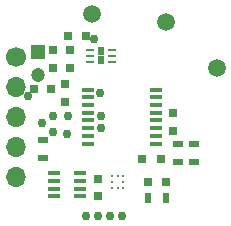
<source format=gbr>
G04 #@! TF.FileFunction,Soldermask,Bot*
%FSLAX46Y46*%
G04 Gerber Fmt 4.6, Leading zero omitted, Abs format (unit mm)*
G04 Created by KiCad (PCBNEW 4.0.6) date Tue Feb  6 04:03:57 2018*
%MOMM*%
%LPD*%
G01*
G04 APERTURE LIST*
%ADD10C,0.100000*%
%ADD11C,1.700000*%
%ADD12O,1.700000X1.700000*%
%ADD13R,0.800000X0.750000*%
%ADD14R,0.750000X0.800000*%
%ADD15R,0.800000X0.800000*%
%ADD16R,0.900000X0.500000*%
%ADD17R,0.500000X0.900000*%
%ADD18R,1.000000X0.400000*%
%ADD19R,1.060000X0.400000*%
%ADD20R,1.200000X1.200000*%
%ADD21C,1.200000*%
%ADD22C,0.225000*%
%ADD23C,1.500000*%
%ADD24C,0.750000*%
%ADD25R,0.700000X0.250000*%
%ADD26R,0.610000X0.710000*%
G04 APERTURE END LIST*
D10*
D11*
X151000000Y-84920000D03*
D12*
X151000000Y-87460000D03*
X151000000Y-90000000D03*
X151000000Y-92540000D03*
X151000000Y-95080000D03*
D13*
X152527000Y-87630000D03*
X154027000Y-87630000D03*
D14*
X155194000Y-88761000D03*
X155194000Y-87261000D03*
X164338000Y-91186000D03*
X164338000Y-89686000D03*
X154178000Y-84352000D03*
X154178000Y-85852000D03*
X157988000Y-96750000D03*
X157988000Y-95250000D03*
D15*
X163334500Y-93599000D03*
X161734500Y-93599000D03*
X163779000Y-95504000D03*
X162179000Y-95504000D03*
D16*
X164719000Y-92341000D03*
X164719000Y-93841000D03*
X166116000Y-92341000D03*
X166116000Y-93841000D03*
D17*
X162203000Y-96901000D03*
X163703000Y-96901000D03*
D16*
X153289000Y-92000000D03*
X153289000Y-93500000D03*
D18*
X157100000Y-92275000D03*
X157100000Y-91625000D03*
X157100000Y-90975000D03*
X157100000Y-90325000D03*
X157100000Y-89675000D03*
X157100000Y-89025000D03*
X157100000Y-88375000D03*
X157100000Y-87725000D03*
X162900000Y-87725000D03*
X162900000Y-88375000D03*
X162900000Y-89025000D03*
X162900000Y-89675000D03*
X162900000Y-90325000D03*
X162900000Y-90975000D03*
X162900000Y-91625000D03*
X162900000Y-92275000D03*
D19*
X156421000Y-94778000D03*
X156421000Y-95428000D03*
X156421000Y-96088000D03*
X156421000Y-96738000D03*
X154221000Y-96738000D03*
X154221000Y-96088000D03*
X154221000Y-95428000D03*
X154221000Y-94778000D03*
D20*
X152908000Y-84500000D03*
D21*
X152908000Y-86500000D03*
D22*
X160139000Y-96004000D03*
X160139000Y-95504000D03*
X160139000Y-95004000D03*
X159639000Y-95004000D03*
X159139000Y-95004000D03*
X159139000Y-95504000D03*
X159139000Y-96004000D03*
X159639000Y-96004000D03*
D23*
X168021000Y-85852000D03*
X163750000Y-82000000D03*
X157480000Y-81280000D03*
D24*
X154178000Y-89916000D03*
X155448000Y-89916000D03*
X155384500Y-91440000D03*
X158242000Y-90932000D03*
X158242000Y-89916000D03*
X152019000Y-88265000D03*
X158115000Y-88011000D03*
X157988000Y-98425000D03*
X159004000Y-98425000D03*
X160020000Y-98425000D03*
X156972000Y-98425000D03*
D14*
X155575000Y-85852000D03*
X155575000Y-84352000D03*
D13*
X156960000Y-83185000D03*
X155460000Y-83185000D03*
D25*
X157317000Y-85336000D03*
X157317000Y-84836000D03*
X157317000Y-84336000D03*
X159167000Y-84336000D03*
X159167000Y-84836000D03*
X159167000Y-85336000D03*
D26*
X158242000Y-84481000D03*
X158242000Y-85191000D03*
D24*
X157607000Y-83439000D03*
X153250000Y-90500000D03*
X154178000Y-91313000D03*
M02*

</source>
